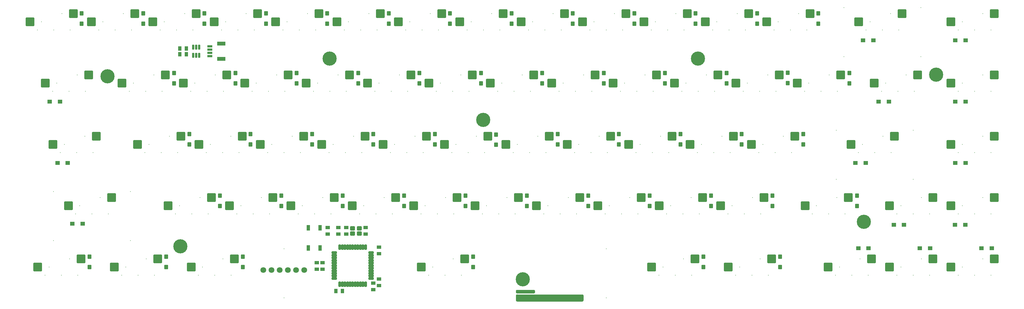
<source format=gbs>
G04*
G04 #@! TF.GenerationSoftware,Altium Limited,Altium Designer,21.6.4 (81)*
G04*
G04 Layer_Color=16711935*
%FSTAX24Y24*%
%MOIN*%
G70*
G04*
G04 #@! TF.SameCoordinates,245CE46D-98AB-4B62-9B0C-93C9D4342F2A*
G04*
G04*
G04 #@! TF.FilePolarity,Negative*
G04*
G01*
G75*
%ADD11C,0.0047*%
%ADD12C,0.1732*%
%ADD13C,0.0080*%
G04:AMPARAMS|DCode=37|XSize=41.4mil|YSize=52mil|CornerRadius=3mil|HoleSize=0mil|Usage=FLASHONLY|Rotation=90.000|XOffset=0mil|YOffset=0mil|HoleType=Round|Shape=RoundedRectangle|*
%AMROUNDEDRECTD37*
21,1,0.0414,0.0461,0,0,90.0*
21,1,0.0354,0.0520,0,0,90.0*
1,1,0.0059,0.0230,0.0177*
1,1,0.0059,0.0230,-0.0177*
1,1,0.0059,-0.0230,-0.0177*
1,1,0.0059,-0.0230,0.0177*
%
%ADD37ROUNDEDRECTD37*%
G04:AMPARAMS|DCode=38|XSize=67.1mil|YSize=31.6mil|CornerRadius=6.4mil|HoleSize=0mil|Usage=FLASHONLY|Rotation=0.000|XOffset=0mil|YOffset=0mil|HoleType=Round|Shape=RoundedRectangle|*
%AMROUNDEDRECTD38*
21,1,0.0671,0.0189,0,0,0.0*
21,1,0.0543,0.0316,0,0,0.0*
1,1,0.0127,0.0272,-0.0094*
1,1,0.0127,-0.0272,-0.0094*
1,1,0.0127,-0.0272,0.0094*
1,1,0.0127,0.0272,0.0094*
%
%ADD38ROUNDEDRECTD38*%
G04:AMPARAMS|DCode=39|XSize=67.1mil|YSize=31.6mil|CornerRadius=6.4mil|HoleSize=0mil|Usage=FLASHONLY|Rotation=270.000|XOffset=0mil|YOffset=0mil|HoleType=Round|Shape=RoundedRectangle|*
%AMROUNDEDRECTD39*
21,1,0.0671,0.0189,0,0,270.0*
21,1,0.0543,0.0316,0,0,270.0*
1,1,0.0127,-0.0094,-0.0272*
1,1,0.0127,-0.0094,0.0272*
1,1,0.0127,0.0094,0.0272*
1,1,0.0127,0.0094,-0.0272*
%
%ADD39ROUNDEDRECTD39*%
G04:AMPARAMS|DCode=40|XSize=68.9mil|YSize=41.4mil|CornerRadius=3mil|HoleSize=0mil|Usage=FLASHONLY|Rotation=270.000|XOffset=0mil|YOffset=0mil|HoleType=Round|Shape=RoundedRectangle|*
%AMROUNDEDRECTD40*
21,1,0.0689,0.0354,0,0,270.0*
21,1,0.0630,0.0414,0,0,270.0*
1,1,0.0059,-0.0177,-0.0315*
1,1,0.0059,-0.0177,0.0315*
1,1,0.0059,0.0177,0.0315*
1,1,0.0059,0.0177,-0.0315*
%
%ADD40ROUNDEDRECTD40*%
%ADD41C,0.0710*%
G04:AMPARAMS|DCode=42|XSize=41.4mil|YSize=52mil|CornerRadius=3mil|HoleSize=0mil|Usage=FLASHONLY|Rotation=0.000|XOffset=0mil|YOffset=0mil|HoleType=Round|Shape=RoundedRectangle|*
%AMROUNDEDRECTD42*
21,1,0.0414,0.0461,0,0,0.0*
21,1,0.0354,0.0520,0,0,0.0*
1,1,0.0059,0.0177,-0.0230*
1,1,0.0059,-0.0177,-0.0230*
1,1,0.0059,-0.0177,0.0230*
1,1,0.0059,0.0177,0.0230*
%
%ADD42ROUNDEDRECTD42*%
G04:AMPARAMS|DCode=43|XSize=108.4mil|YSize=106.4mil|CornerRadius=11.4mil|HoleSize=0mil|Usage=FLASHONLY|Rotation=0.000|XOffset=0mil|YOffset=0mil|HoleType=Round|Shape=RoundedRectangle|*
%AMROUNDEDRECTD43*
21,1,0.1084,0.0837,0,0,0.0*
21,1,0.0856,0.1064,0,0,0.0*
1,1,0.0228,0.0428,-0.0418*
1,1,0.0228,-0.0428,-0.0418*
1,1,0.0228,-0.0428,0.0418*
1,1,0.0228,0.0428,0.0418*
%
%ADD43ROUNDEDRECTD43*%
G04:AMPARAMS|DCode=44|XSize=59.1mil|YSize=27.6mil|CornerRadius=3.7mil|HoleSize=0mil|Usage=FLASHONLY|Rotation=90.000|XOffset=0mil|YOffset=0mil|HoleType=Round|Shape=RoundedRectangle|*
%AMROUNDEDRECTD44*
21,1,0.0591,0.0201,0,0,90.0*
21,1,0.0516,0.0276,0,0,90.0*
1,1,0.0075,0.0100,0.0258*
1,1,0.0075,0.0100,-0.0258*
1,1,0.0075,-0.0100,-0.0258*
1,1,0.0075,-0.0100,0.0258*
%
%ADD44ROUNDEDRECTD44*%
G04:AMPARAMS|DCode=45|XSize=49.2mil|YSize=100.4mil|CornerRadius=3.4mil|HoleSize=0mil|Usage=FLASHONLY|Rotation=270.000|XOffset=0mil|YOffset=0mil|HoleType=Round|Shape=RoundedRectangle|*
%AMROUNDEDRECTD45*
21,1,0.0492,0.0937,0,0,270.0*
21,1,0.0425,0.1004,0,0,270.0*
1,1,0.0067,-0.0469,-0.0213*
1,1,0.0067,-0.0469,0.0213*
1,1,0.0067,0.0469,0.0213*
1,1,0.0067,0.0469,-0.0213*
%
%ADD45ROUNDEDRECTD45*%
G04:AMPARAMS|DCode=46|XSize=25.6mil|YSize=61.1mil|CornerRadius=2.2mil|HoleSize=0mil|Usage=FLASHONLY|Rotation=270.000|XOffset=0mil|YOffset=0mil|HoleType=Round|Shape=RoundedRectangle|*
%AMROUNDEDRECTD46*
21,1,0.0256,0.0567,0,0,270.0*
21,1,0.0213,0.0611,0,0,270.0*
1,1,0.0044,-0.0283,-0.0106*
1,1,0.0044,-0.0283,0.0106*
1,1,0.0044,0.0283,0.0106*
1,1,0.0044,0.0283,-0.0106*
%
%ADD46ROUNDEDRECTD46*%
G04:AMPARAMS|DCode=47|XSize=55.2mil|YSize=47.4mil|CornerRadius=7.9mil|HoleSize=0mil|Usage=FLASHONLY|Rotation=180.000|XOffset=0mil|YOffset=0mil|HoleType=Round|Shape=RoundedRectangle|*
%AMROUNDEDRECTD47*
21,1,0.0552,0.0315,0,0,180.0*
21,1,0.0394,0.0474,0,0,180.0*
1,1,0.0159,-0.0197,0.0157*
1,1,0.0159,0.0197,0.0157*
1,1,0.0159,0.0197,-0.0157*
1,1,0.0159,-0.0197,-0.0157*
%
%ADD47ROUNDEDRECTD47*%
G04:AMPARAMS|DCode=48|XSize=55.2mil|YSize=47.4mil|CornerRadius=7.9mil|HoleSize=0mil|Usage=FLASHONLY|Rotation=270.000|XOffset=0mil|YOffset=0mil|HoleType=Round|Shape=RoundedRectangle|*
%AMROUNDEDRECTD48*
21,1,0.0552,0.0315,0,0,270.0*
21,1,0.0394,0.0474,0,0,270.0*
1,1,0.0159,-0.0157,-0.0197*
1,1,0.0159,-0.0157,0.0197*
1,1,0.0159,0.0157,0.0197*
1,1,0.0159,0.0157,-0.0197*
%
%ADD48ROUNDEDRECTD48*%
G04:AMPARAMS|DCode=49|XSize=59.1mil|YSize=51.2mil|CornerRadius=5.5mil|HoleSize=0mil|Usage=FLASHONLY|Rotation=180.000|XOffset=0mil|YOffset=0mil|HoleType=Round|Shape=RoundedRectangle|*
%AMROUNDEDRECTD49*
21,1,0.0591,0.0402,0,0,180.0*
21,1,0.0480,0.0512,0,0,180.0*
1,1,0.0111,-0.0240,0.0201*
1,1,0.0111,0.0240,0.0201*
1,1,0.0111,0.0240,-0.0201*
1,1,0.0111,-0.0240,-0.0201*
%
%ADD49ROUNDEDRECTD49*%
G36*
X074617Y013286D02*
X074645Y013258D01*
X07466Y013221D01*
Y013201D01*
Y013001D01*
Y012981D01*
X074645Y012944D01*
X074617Y012916D01*
X07458Y012901D01*
X07244D01*
X072403Y012916D01*
X072375Y012944D01*
X07236Y012981D01*
Y013001D01*
Y013201D01*
Y013221D01*
X072375Y013258D01*
X072403Y013286D01*
X07244Y013301D01*
X07458D01*
X074617Y013286D01*
D02*
G37*
G36*
X080535Y012727D02*
X080577Y012685D01*
X0806Y01263D01*
Y0126D01*
X0806D01*
X0806Y01205D01*
Y01202D01*
X080577Y011965D01*
X080535Y011923D01*
X08048Y0119D01*
X08045D01*
Y0119D01*
X07247D01*
X072415Y011923D01*
X072373Y011965D01*
X07235Y01202D01*
Y01205D01*
X07235D01*
X07235Y0126D01*
Y01263D01*
X072373Y012685D01*
X072415Y012727D01*
X07247Y01275D01*
X0725D01*
Y01275D01*
X08048D01*
X080535Y012727D01*
D02*
G37*
D11*
X07246Y013301D02*
G03*
X07236Y013201I0J-0001D01*
G01*
Y013001D02*
G03*
X07246Y012901I0001J0D01*
G01*
X07466Y013201D02*
G03*
X07456Y013301I-0001J0D01*
G01*
Y012901D02*
G03*
X07466Y013001I0J0001D01*
G01*
X0725Y01275D02*
G03*
X07235Y0126I0J-00015D01*
G01*
Y01205D02*
G03*
X0725Y0119I00015J0D01*
G01*
X0806Y0126D02*
G03*
X08045Y01275I-00015J0D01*
G01*
Y0119D02*
G03*
X0806Y01205I0J00015D01*
G01*
X07246Y012901D02*
X07456D01*
X07246Y013301D02*
X07456D01*
X07236Y013001D02*
Y013201D01*
X07466Y013001D02*
Y013201D01*
X07235Y01205D02*
Y0126D01*
X0725Y01275D02*
X08045Y01275D01*
X0725Y0119D02*
X08045D01*
X0806Y01205D02*
Y0126D01*
D12*
X0732Y0146D02*
D03*
X0946Y0416D02*
D03*
X068346Y034094D02*
D03*
X0496Y0416D02*
D03*
X11485Y02165D02*
D03*
X123693Y03965D02*
D03*
X03135Y01865D02*
D03*
X022443Y03945D02*
D03*
D13*
X036381Y045107D02*
D03*
X040381D02*
D03*
X036881Y046107D02*
D03*
X039381Y047107D02*
D03*
X038381Y045107D02*
D03*
X126381Y022607D02*
D03*
X130381D02*
D03*
X126881Y023607D02*
D03*
X129381Y024607D02*
D03*
X128381Y022607D02*
D03*
X044008Y012357D02*
D03*
Y018357D02*
D03*
X083378Y012357D02*
D03*
Y018357D02*
D03*
X061693Y015107D02*
D03*
X065693D02*
D03*
X062193Y016107D02*
D03*
X064693Y017107D02*
D03*
X063693Y015107D02*
D03*
X118881D02*
D03*
X122881D02*
D03*
X119381Y016107D02*
D03*
X121881Y017107D02*
D03*
X120881Y015107D02*
D03*
X089818D02*
D03*
X093818D02*
D03*
X090318Y016107D02*
D03*
X092818Y017107D02*
D03*
X091818Y015107D02*
D03*
X099193D02*
D03*
X103193D02*
D03*
X099693Y016107D02*
D03*
X102193Y017107D02*
D03*
X101193Y015107D02*
D03*
X111381D02*
D03*
X115381D02*
D03*
X111881Y016107D02*
D03*
X114381Y017107D02*
D03*
X113381Y015107D02*
D03*
X126381D02*
D03*
X130381D02*
D03*
X126881Y016107D02*
D03*
X129381Y017107D02*
D03*
X128381Y015107D02*
D03*
X033568D02*
D03*
X037568D02*
D03*
X034068Y016107D02*
D03*
X036568Y017107D02*
D03*
X035568Y015107D02*
D03*
X014818D02*
D03*
X018818D02*
D03*
X015318Y016107D02*
D03*
X017818Y017107D02*
D03*
X016818Y015107D02*
D03*
X024193D02*
D03*
X028193D02*
D03*
X024693Y016107D02*
D03*
X027193Y017107D02*
D03*
X026193Y015107D02*
D03*
X015868Y025357D02*
D03*
Y019357D02*
D03*
X025268Y025357D02*
D03*
Y019357D02*
D03*
X018568Y022607D02*
D03*
X022568D02*
D03*
X019068Y023607D02*
D03*
X021568Y024607D02*
D03*
X020568Y022607D02*
D03*
X118881D02*
D03*
X122881D02*
D03*
X119381Y023607D02*
D03*
X121881Y024607D02*
D03*
X120881Y022607D02*
D03*
X108568D02*
D03*
X112568D02*
D03*
X109068Y023607D02*
D03*
X111568Y024607D02*
D03*
X110568Y022607D02*
D03*
X098256D02*
D03*
X102256D02*
D03*
X098756Y023607D02*
D03*
X101256Y024607D02*
D03*
X100256Y022607D02*
D03*
X090756D02*
D03*
X094756D02*
D03*
X091256Y023607D02*
D03*
X093756Y024607D02*
D03*
X092756Y022607D02*
D03*
X083256D02*
D03*
X087256D02*
D03*
X083756Y023607D02*
D03*
X086256Y024607D02*
D03*
X085256Y022607D02*
D03*
X075756D02*
D03*
X079756D02*
D03*
X076256Y023607D02*
D03*
X078756Y024607D02*
D03*
X077756Y022607D02*
D03*
X068256D02*
D03*
X072256D02*
D03*
X068756Y023607D02*
D03*
X071256Y024607D02*
D03*
X070256Y022607D02*
D03*
X060756D02*
D03*
X064756D02*
D03*
X061256Y023607D02*
D03*
X063756Y024607D02*
D03*
X062756Y022607D02*
D03*
X053256D02*
D03*
X057256D02*
D03*
X053756Y023607D02*
D03*
X056256Y024607D02*
D03*
X055256Y022607D02*
D03*
X045756D02*
D03*
X049756D02*
D03*
X046256Y023607D02*
D03*
X048756Y024607D02*
D03*
X047756Y022607D02*
D03*
X038256D02*
D03*
X042256D02*
D03*
X038756Y023607D02*
D03*
X041256Y024607D02*
D03*
X040256Y022607D02*
D03*
X030756D02*
D03*
X034756D02*
D03*
X031256Y023607D02*
D03*
X033756Y024607D02*
D03*
X032756Y022607D02*
D03*
X111493Y032857D02*
D03*
Y026857D02*
D03*
X120893Y032857D02*
D03*
Y026857D02*
D03*
X114193Y030107D02*
D03*
X118193D02*
D03*
X114693Y031107D02*
D03*
X117193Y032107D02*
D03*
X116193Y030107D02*
D03*
X126381D02*
D03*
X130381D02*
D03*
X126881Y031107D02*
D03*
X129381Y032107D02*
D03*
X128381Y030107D02*
D03*
X102006D02*
D03*
X106006D02*
D03*
X102506Y031107D02*
D03*
X105006Y032107D02*
D03*
X104006Y030107D02*
D03*
X094506D02*
D03*
X098506D02*
D03*
X095006Y031107D02*
D03*
X097506Y032107D02*
D03*
X096506Y030107D02*
D03*
X087006D02*
D03*
X091006D02*
D03*
X087506Y031107D02*
D03*
X090006Y032107D02*
D03*
X089006Y030107D02*
D03*
X079506D02*
D03*
X083506D02*
D03*
X080006Y031107D02*
D03*
X082506Y032107D02*
D03*
X081506Y030107D02*
D03*
X072006D02*
D03*
X076006D02*
D03*
X072506Y031107D02*
D03*
X075006Y032107D02*
D03*
X074006Y030107D02*
D03*
X064506D02*
D03*
X068506D02*
D03*
X065006Y031107D02*
D03*
X067506Y032107D02*
D03*
X066506Y030107D02*
D03*
X057006D02*
D03*
X061006D02*
D03*
X057506Y031107D02*
D03*
X060006Y032107D02*
D03*
X059006Y030107D02*
D03*
X049506D02*
D03*
X053506D02*
D03*
X050006Y031107D02*
D03*
X052506Y032107D02*
D03*
X051506Y030107D02*
D03*
X042006D02*
D03*
X046006D02*
D03*
X042506Y031107D02*
D03*
X045006Y032107D02*
D03*
X044006Y030107D02*
D03*
X034506D02*
D03*
X038506D02*
D03*
X035006Y031107D02*
D03*
X037506Y032107D02*
D03*
X036506Y030107D02*
D03*
X027006D02*
D03*
X031006D02*
D03*
X027506Y031107D02*
D03*
X030006Y032107D02*
D03*
X029006Y030107D02*
D03*
X016693D02*
D03*
X020693D02*
D03*
X017193Y031107D02*
D03*
X019693Y032107D02*
D03*
X018693Y030107D02*
D03*
X126381Y037607D02*
D03*
X130381D02*
D03*
X126881Y038607D02*
D03*
X129381Y039607D02*
D03*
X128381Y037607D02*
D03*
X117006D02*
D03*
X121006D02*
D03*
X117506Y038607D02*
D03*
X120006Y039607D02*
D03*
X119006Y037607D02*
D03*
X107631D02*
D03*
X111631D02*
D03*
X108131Y038607D02*
D03*
X110631Y039607D02*
D03*
X109631Y037607D02*
D03*
X100131D02*
D03*
X104131D02*
D03*
X100631Y038607D02*
D03*
X103131Y039607D02*
D03*
X102131Y037607D02*
D03*
X092631D02*
D03*
X096631D02*
D03*
X093131Y038607D02*
D03*
X095631Y039607D02*
D03*
X094631Y037607D02*
D03*
X085131D02*
D03*
X089131D02*
D03*
X085631Y038607D02*
D03*
X088131Y039607D02*
D03*
X087131Y037607D02*
D03*
X077631D02*
D03*
X081631D02*
D03*
X078131Y038607D02*
D03*
X080631Y039607D02*
D03*
X079631Y037607D02*
D03*
X070131D02*
D03*
X074131D02*
D03*
X070631Y038607D02*
D03*
X073131Y039607D02*
D03*
X072131Y037607D02*
D03*
X062631D02*
D03*
X066631D02*
D03*
X063131Y038607D02*
D03*
X065631Y039607D02*
D03*
X064631Y037607D02*
D03*
X055131D02*
D03*
X059131D02*
D03*
X055631Y038607D02*
D03*
X058131Y039607D02*
D03*
X057131Y037607D02*
D03*
X047631D02*
D03*
X051631D02*
D03*
X048131Y038607D02*
D03*
X050631Y039607D02*
D03*
X049631Y037607D02*
D03*
X040131D02*
D03*
X044131D02*
D03*
X040631Y038607D02*
D03*
X043131Y039607D02*
D03*
X042131Y037607D02*
D03*
X032631D02*
D03*
X036631D02*
D03*
X033131Y038607D02*
D03*
X035631Y039607D02*
D03*
X034631Y037607D02*
D03*
X025131D02*
D03*
X029131D02*
D03*
X025631Y038607D02*
D03*
X028131Y039607D02*
D03*
X027131Y037607D02*
D03*
X015756D02*
D03*
X019756D02*
D03*
X016256Y038607D02*
D03*
X018756Y039607D02*
D03*
X017756Y037607D02*
D03*
X112431Y047857D02*
D03*
Y041857D02*
D03*
X121831Y047857D02*
D03*
Y041857D02*
D03*
X115131Y045107D02*
D03*
X119131D02*
D03*
X115631Y046107D02*
D03*
X118131Y047107D02*
D03*
X117131Y045107D02*
D03*
X126381D02*
D03*
X130381D02*
D03*
X126881Y046107D02*
D03*
X129381Y047107D02*
D03*
X128381Y045107D02*
D03*
X103881D02*
D03*
X107881D02*
D03*
X104381Y046107D02*
D03*
X106881Y047107D02*
D03*
X105881Y045107D02*
D03*
X096381D02*
D03*
X100381D02*
D03*
X096881Y046107D02*
D03*
X099381Y047107D02*
D03*
X098381Y045107D02*
D03*
X088881D02*
D03*
X092881D02*
D03*
X089381Y046107D02*
D03*
X091881Y047107D02*
D03*
X090881Y045107D02*
D03*
X081381D02*
D03*
X085381D02*
D03*
X081881Y046107D02*
D03*
X084381Y047107D02*
D03*
X083381Y045107D02*
D03*
X073881D02*
D03*
X077881D02*
D03*
X074381Y046107D02*
D03*
X076881Y047107D02*
D03*
X075881Y045107D02*
D03*
X066381D02*
D03*
X070381D02*
D03*
X066881Y046107D02*
D03*
X069381Y047107D02*
D03*
X068381Y045107D02*
D03*
X058881D02*
D03*
X062881D02*
D03*
X059381Y046107D02*
D03*
X061881Y047107D02*
D03*
X060881Y045107D02*
D03*
X051381D02*
D03*
X055381D02*
D03*
X051881Y046107D02*
D03*
X054381Y047107D02*
D03*
X053381Y045107D02*
D03*
X043881D02*
D03*
X047881D02*
D03*
X044381Y046107D02*
D03*
X046881Y047107D02*
D03*
X045881Y045107D02*
D03*
X028881D02*
D03*
X032881D02*
D03*
X029381Y046107D02*
D03*
X031881Y047107D02*
D03*
X030881Y045107D02*
D03*
X021381D02*
D03*
X025381D02*
D03*
X021881Y046107D02*
D03*
X024381Y047107D02*
D03*
X023381Y045107D02*
D03*
X013881D02*
D03*
X017881D02*
D03*
X014381Y046107D02*
D03*
X016881Y047107D02*
D03*
X015881Y045107D02*
D03*
D37*
X05562Y018544D02*
D03*
Y017756D02*
D03*
X05493Y013356D02*
D03*
Y014144D02*
D03*
X05562Y014644D02*
D03*
Y013856D02*
D03*
X04872Y01584D02*
D03*
Y016628D02*
D03*
X04802Y01584D02*
D03*
Y016628D02*
D03*
X04935Y020156D02*
D03*
Y020944D02*
D03*
X053983Y02093D02*
D03*
Y020143D02*
D03*
X051621Y02093D02*
D03*
Y020143D02*
D03*
X05065Y020156D02*
D03*
Y020944D02*
D03*
D38*
X050139Y014711D02*
D03*
Y015026D02*
D03*
Y015341D02*
D03*
Y015656D02*
D03*
Y01597D02*
D03*
Y016285D02*
D03*
Y0166D02*
D03*
Y016915D02*
D03*
Y01723D02*
D03*
Y017545D02*
D03*
Y01786D02*
D03*
X054666D02*
D03*
Y017545D02*
D03*
Y01723D02*
D03*
Y016915D02*
D03*
Y0166D02*
D03*
Y016285D02*
D03*
Y01597D02*
D03*
Y015656D02*
D03*
Y015341D02*
D03*
Y015026D02*
D03*
Y014711D02*
D03*
D39*
X050828Y018549D02*
D03*
X051143D02*
D03*
X051457D02*
D03*
X051772D02*
D03*
X052087D02*
D03*
X052402D02*
D03*
X053977Y014022D02*
D03*
X053662D02*
D03*
X053347D02*
D03*
X053032D02*
D03*
X052717D02*
D03*
X052402D02*
D03*
X052087D02*
D03*
X051772D02*
D03*
X051457D02*
D03*
X051143D02*
D03*
X050828D02*
D03*
X053977Y018549D02*
D03*
X053662D02*
D03*
X053347D02*
D03*
X053032D02*
D03*
X052717D02*
D03*
D40*
X048428Y02091D02*
D03*
X048428Y01843D02*
D03*
X046972D02*
D03*
Y02091D02*
D03*
D41*
X0435Y01575D02*
D03*
X0445D02*
D03*
X0455D02*
D03*
X0465D02*
D03*
X0415D02*
D03*
X0425D02*
D03*
D42*
X051144Y01319D02*
D03*
X050356D02*
D03*
X031287Y042148D02*
D03*
Y042848D02*
D03*
X032074D02*
D03*
Y042148D02*
D03*
D43*
X098296Y016107D02*
D03*
X088921D02*
D03*
X060796D02*
D03*
X040778Y047107D02*
D03*
X035483Y046107D02*
D03*
X130778Y024607D02*
D03*
X125483Y023607D02*
D03*
X066091Y017107D02*
D03*
X123278D02*
D03*
X117983Y016107D02*
D03*
X094216Y017107D02*
D03*
X103591D02*
D03*
X115778D02*
D03*
X110483Y016107D02*
D03*
X130778Y017107D02*
D03*
X125483Y016107D02*
D03*
X037966Y017107D02*
D03*
X032671Y016107D02*
D03*
X019216Y017107D02*
D03*
X013921Y016107D02*
D03*
X028591Y017107D02*
D03*
X023296Y016107D02*
D03*
X022966Y024607D02*
D03*
X017671Y023607D02*
D03*
X123278Y024607D02*
D03*
X117983Y023607D02*
D03*
X112966Y024607D02*
D03*
X107671Y023607D02*
D03*
X102653Y024607D02*
D03*
X097358Y023607D02*
D03*
X095153Y024607D02*
D03*
X089858Y023607D02*
D03*
X087653Y024607D02*
D03*
X082358Y023607D02*
D03*
X080153Y024607D02*
D03*
X074858Y023607D02*
D03*
X072653Y024607D02*
D03*
X067358Y023607D02*
D03*
X065153Y024607D02*
D03*
X059858Y023607D02*
D03*
X057653Y024607D02*
D03*
X052358Y023607D02*
D03*
X050153Y024607D02*
D03*
X044858Y023607D02*
D03*
X042653Y024607D02*
D03*
X037358Y023607D02*
D03*
X035153Y024607D02*
D03*
X029858Y023607D02*
D03*
X118591Y032107D02*
D03*
X113296Y031107D02*
D03*
X130778Y032107D02*
D03*
X125483Y031107D02*
D03*
X106403Y032107D02*
D03*
X101108Y031107D02*
D03*
X098903Y032107D02*
D03*
X093608Y031107D02*
D03*
X091403Y032107D02*
D03*
X086108Y031107D02*
D03*
X083903Y032107D02*
D03*
X078608Y031107D02*
D03*
X076403Y032107D02*
D03*
X071108Y031107D02*
D03*
X068903Y032107D02*
D03*
X063608Y031107D02*
D03*
X061403Y032107D02*
D03*
X056108Y031107D02*
D03*
X053903Y032107D02*
D03*
X048608Y031107D02*
D03*
X046403Y032107D02*
D03*
X041108Y031107D02*
D03*
X038903Y032107D02*
D03*
X033608Y031107D02*
D03*
X031403Y032107D02*
D03*
X026108Y031107D02*
D03*
X021091Y032107D02*
D03*
X015796Y031107D02*
D03*
X130778Y039607D02*
D03*
X125483Y038607D02*
D03*
X121403Y039607D02*
D03*
X116108Y038607D02*
D03*
X112028Y039607D02*
D03*
X106733Y038607D02*
D03*
X104528Y039607D02*
D03*
X099233Y038607D02*
D03*
X097028Y039607D02*
D03*
X091733Y038607D02*
D03*
X089528Y039607D02*
D03*
X084233Y038607D02*
D03*
X082028Y039607D02*
D03*
X076733Y038607D02*
D03*
X074528Y039607D02*
D03*
X069233Y038607D02*
D03*
X067028Y039607D02*
D03*
X061733Y038607D02*
D03*
X059528Y039607D02*
D03*
X054233Y038607D02*
D03*
X052028Y039607D02*
D03*
X046733Y038607D02*
D03*
X044528Y039607D02*
D03*
X039233Y038607D02*
D03*
X037028Y039607D02*
D03*
X031733Y038607D02*
D03*
X029528Y039607D02*
D03*
X024233Y038607D02*
D03*
X020153Y039607D02*
D03*
X014858Y038607D02*
D03*
X119528Y047107D02*
D03*
X114233Y046107D02*
D03*
X130778Y047107D02*
D03*
X125483Y046107D02*
D03*
X108278Y047107D02*
D03*
X102983Y046107D02*
D03*
X100778Y047107D02*
D03*
X095483Y046107D02*
D03*
X093278Y047107D02*
D03*
X087983Y046107D02*
D03*
X085778Y047107D02*
D03*
X080483Y046107D02*
D03*
X078278Y047107D02*
D03*
X072983Y046107D02*
D03*
X070778Y047107D02*
D03*
X065483Y046107D02*
D03*
X063278Y047107D02*
D03*
X057983Y046107D02*
D03*
X055778Y047107D02*
D03*
X050483Y046107D02*
D03*
X048278Y047107D02*
D03*
X042983Y046107D02*
D03*
X033278Y047107D02*
D03*
X027983Y046107D02*
D03*
X025778Y047107D02*
D03*
X020483Y046107D02*
D03*
X018278Y047107D02*
D03*
X012983Y046107D02*
D03*
D44*
X033654Y042999D02*
D03*
X03328D02*
D03*
X032906D02*
D03*
Y042015D02*
D03*
X03328D02*
D03*
X033654D02*
D03*
D45*
X036343Y041562D02*
D03*
Y043452D02*
D03*
D46*
X034965Y041916D02*
D03*
Y04231D02*
D03*
Y042704D02*
D03*
Y043097D02*
D03*
D47*
X129213Y018425D02*
D03*
X121693D02*
D03*
X114173D02*
D03*
X125984Y02126D02*
D03*
X118504D02*
D03*
X01815Y021417D02*
D03*
X126024Y028858D02*
D03*
X113819D02*
D03*
X016339D02*
D03*
X126024Y036339D02*
D03*
X116654D02*
D03*
X015394D02*
D03*
X126024Y043858D02*
D03*
X114764D02*
D03*
X130472Y018425D02*
D03*
X122953D02*
D03*
X115433D02*
D03*
X119764Y02126D02*
D03*
X019409Y021417D02*
D03*
X127244Y02126D02*
D03*
X017598Y028858D02*
D03*
X115079D02*
D03*
X127283D02*
D03*
X016654Y036339D02*
D03*
X127283D02*
D03*
X117913D02*
D03*
X127283Y043858D02*
D03*
X116024D02*
D03*
D48*
X104606Y016102D02*
D03*
X095236D02*
D03*
X067126D02*
D03*
X038976D02*
D03*
X029606D02*
D03*
X020236D02*
D03*
X114016Y023583D02*
D03*
X103701D02*
D03*
X096181D02*
D03*
X088701D02*
D03*
X081181D02*
D03*
X073701D02*
D03*
X066181D02*
D03*
X058701D02*
D03*
X051181D02*
D03*
X043701D02*
D03*
X036181D02*
D03*
X107441Y031102D02*
D03*
X099921D02*
D03*
X092441D02*
D03*
X084921D02*
D03*
X077441D02*
D03*
X069921Y031063D02*
D03*
X062441Y031102D02*
D03*
X054921D02*
D03*
X047441D02*
D03*
X039921D02*
D03*
X032441D02*
D03*
X113071Y038583D02*
D03*
X105551Y038622D02*
D03*
X098071Y038583D02*
D03*
X090551D02*
D03*
X083071D02*
D03*
X075551D02*
D03*
X068071D02*
D03*
X060551D02*
D03*
X053071D02*
D03*
X045551D02*
D03*
X038071D02*
D03*
X030591D02*
D03*
X109291Y045866D02*
D03*
X101811D02*
D03*
X094291D02*
D03*
X086811D02*
D03*
X079291D02*
D03*
X071811D02*
D03*
X064291D02*
D03*
X056811D02*
D03*
X049291D02*
D03*
X041811D02*
D03*
X034291D02*
D03*
X026811D02*
D03*
X019291D02*
D03*
X020236Y017362D02*
D03*
X114016Y024843D02*
D03*
X103701D02*
D03*
X096181D02*
D03*
X088701D02*
D03*
X066181D02*
D03*
X081181D02*
D03*
X058701D02*
D03*
X051181D02*
D03*
X043701D02*
D03*
X036181D02*
D03*
X073701D02*
D03*
X104606Y017362D02*
D03*
X095236D02*
D03*
X067126D02*
D03*
X038976D02*
D03*
X029606D02*
D03*
X107441Y032362D02*
D03*
X099921D02*
D03*
X077441D02*
D03*
X092441D02*
D03*
X069921Y032323D02*
D03*
X062441Y032362D02*
D03*
X054921D02*
D03*
X047441D02*
D03*
X039921D02*
D03*
X032441D02*
D03*
X084921D02*
D03*
X105551Y039882D02*
D03*
X098071Y039843D02*
D03*
X075551D02*
D03*
X090551D02*
D03*
X068071D02*
D03*
X060551D02*
D03*
X053071D02*
D03*
X045551D02*
D03*
X038071D02*
D03*
X030591D02*
D03*
X083071D02*
D03*
X113071D02*
D03*
X026811Y047126D02*
D03*
X109291D02*
D03*
X079291D02*
D03*
X101811D02*
D03*
X094291D02*
D03*
X071811D02*
D03*
X064291D02*
D03*
X056811D02*
D03*
X049291D02*
D03*
X041811D02*
D03*
X034291D02*
D03*
X086811D02*
D03*
X019291D02*
D03*
D49*
X053235Y020221D02*
D03*
X052369D02*
D03*
Y020851D02*
D03*
X053235D02*
D03*
M02*

</source>
